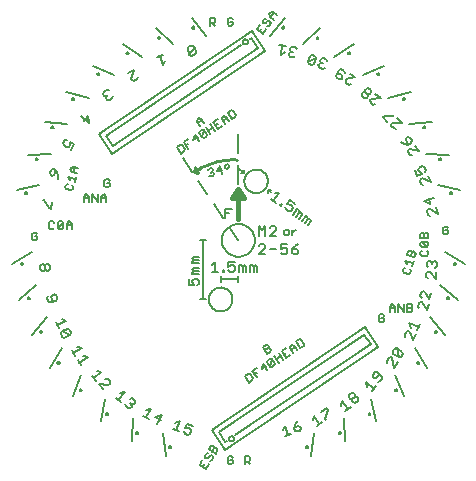
<source format=gto>
%FSTAX23Y23*%
%MOIN*%
%SFA1B1*%

%IPPOS*%
%ADD10C,0.016000*%
%ADD11C,0.008000*%
%ADD12C,0.007000*%
%ADD13C,0.010000*%
%ADD14C,0.005000*%
%ADD15C,0.006000*%
%LNaltium_eib_128_panel-1*%
%LPD*%
G54D10*
X01411Y01482D02*
Y01582D01*
X01391Y01552D02*
X01431D01*
X01391D02*
X01411Y01582D01*
X01431Y01552*
G54D11*
X01259Y02122D02*
X01259Y0212D01*
X01259Y0212*
X0126Y02119*
X01261Y02118*
X01262Y02118*
X01263Y02119*
X01264Y02119*
X01265Y0212*
X01265Y02121*
Y02122*
X01265Y02123D02*
X01265Y02122D01*
X01264Y02124D02*
X01265Y02123D01*
X01263Y02125D02*
X01264Y02124D01*
X01262Y02125D02*
X01263Y02125D01*
X01261Y02125D02*
X01262Y02125D01*
X0126Y02124D02*
X01261Y02125D01*
X01259Y02124D02*
X0126Y02124D01*
X01259Y02123D02*
X01259Y02124D01*
X01259Y02122D02*
X01259Y02123D01*
X01145Y02087D02*
X01145Y02086D01*
X01146Y02085*
X01146Y02085*
X01147Y02084*
X01148Y02084*
X01149Y02084*
X0115Y02085*
X01151Y02086*
X01151Y02087*
Y02088*
X01151Y02089D02*
X01151Y02088D01*
X0115Y0209D02*
X01151Y02089D01*
X01149Y0209D02*
X0115Y0209D01*
X01148Y02091D02*
X01149Y0209D01*
X01147Y02091D02*
X01148Y02091D01*
X01146Y0209D02*
X01147Y02091D01*
X01146Y02089D02*
X01146Y0209D01*
X01145Y02089D02*
X01146Y02089D01*
X01145Y02087D02*
X01145Y02089D01*
X01039Y02036D02*
X01039Y02035D01*
X0104Y02034*
X01041Y02033*
X01042Y02033*
X01043Y02033*
X01044Y02033*
X01045Y02034*
X01045Y02034*
X01046Y02035*
Y02036*
X01045Y02038D02*
X01046Y02036D01*
X01045Y02038D02*
X01045Y02038D01*
X01044Y02039D02*
X01045Y02038D01*
X01043Y02039D02*
X01044Y02039D01*
X01042Y02039D02*
X01043Y02039D01*
X01041Y02039D02*
X01042Y02039D01*
X0104Y02038D02*
X01041Y02039D01*
X01039Y02037D02*
X0104Y02038D01*
X01039Y02036D02*
X01039Y02037D01*
X00942Y01967D02*
X00942Y01966D01*
X00943Y01965*
X00944Y01964*
X00945Y01964*
X00946Y01964*
X00947Y01964*
X00948Y01965*
X00948Y01966*
X00949Y01967*
Y01968*
X00948Y01969D02*
X00949Y01968D01*
X00948Y0197D02*
X00948Y01969D01*
X00947Y0197D02*
X00948Y0197D01*
X00946Y01971D02*
X00947Y0197D01*
X00945Y0197D02*
X00946Y01971D01*
X00944Y0197D02*
X00945Y0197D01*
X00943Y01969D02*
X00944Y0197D01*
X00942Y01968D02*
X00943Y01969D01*
X00942Y01967D02*
X00942Y01968D01*
X00858Y01884D02*
X00858Y01882D01*
X00858Y01882*
X00859Y01881*
X0086Y0188*
X00861Y0188*
X00862Y01881*
X00863Y01881*
X00864Y01882*
X00864Y01883*
Y01884*
X00864Y01885D02*
X00864Y01884D01*
X00863Y01886D02*
X00864Y01885D01*
X00862Y01887D02*
X00863Y01886D01*
X00861Y01887D02*
X00862Y01887D01*
X0086Y01887D02*
X00861Y01887D01*
X00859Y01886D02*
X0086Y01887D01*
X00858Y01886D02*
X00859Y01886D01*
X00858Y01885D02*
X00858Y01886D01*
X00858Y01884D02*
X00858Y01885D01*
X00789Y01788D02*
X00789Y01787D01*
X0079Y01786*
X0079Y01786*
X00791Y01785*
X00792Y01785*
X00793Y01785*
X00794Y01786*
X00795Y01787*
X00795Y01788*
Y01789*
X00795Y0179D02*
X00795Y01789D01*
X00794Y01791D02*
X00795Y0179D01*
X00793Y01791D02*
X00794Y01791D01*
X00792Y01792D02*
X00793Y01791D01*
X00791Y01792D02*
X00792Y01792D01*
X0079Y01791D02*
X00791Y01792D01*
X0079Y0179D02*
X0079Y01791D01*
X00789Y01789D02*
X0079Y0179D01*
X00789Y01788D02*
X00789Y01789D01*
X00736Y01682D02*
X00736Y01681D01*
X00736Y0168*
X00737Y01679*
X00738Y01679*
X00739Y01679*
X0074Y01679*
X00741Y0168*
X00742Y0168*
X00742Y01682*
Y01683*
X00742Y01684D02*
X00742Y01683D01*
X00741Y01684D02*
X00742Y01684D01*
X0074Y01685D02*
X00741Y01684D01*
X00739Y01685D02*
X0074Y01685D01*
X00738Y01685D02*
X00739Y01685D01*
X00737Y01685D02*
X00738Y01685D01*
X00736Y01684D02*
X00737Y01685D01*
X00736Y01683D02*
X00736Y01684D01*
X00736Y01682D02*
X00736Y01683D01*
X00701Y0157D02*
X00701Y01569D01*
X00702Y01568*
X00702Y01567*
X00703Y01567*
X00705Y01566*
X00706Y01567*
X00706Y01567*
X00707Y01568*
X00708Y01569*
Y0157*
X00707Y01571D02*
X00708Y0157D01*
X00706Y01572D02*
X00707Y01571D01*
X00706Y01573D02*
X00706Y01572D01*
X00705Y01573D02*
X00706Y01573D01*
X00703Y01573D02*
X00705Y01573D01*
X00702Y01573D02*
X00703Y01573D01*
X00702Y01572D02*
X00702Y01573D01*
X00701Y01571D02*
X00702Y01572D01*
X00701Y0157D02*
X00701Y01571D01*
X00688Y01334D02*
X00688Y01333D01*
X00688Y01332*
X00689Y01332*
X0069Y01331*
X00691Y01331*
X00692Y01331*
X00693Y01332*
X00694Y01333*
X00694Y01334*
Y01335*
X00694Y01336D02*
X00694Y01335D01*
X00693Y01337D02*
X00694Y01336D01*
X00692Y01337D02*
X00693Y01337D01*
X00691Y01338D02*
X00692Y01337D01*
X0069Y01338D02*
X00691Y01338D01*
X00689Y01337D02*
X0069Y01338D01*
X00688Y01336D02*
X00689Y01337D01*
X00688Y01336D02*
X00688Y01336D01*
X00688Y01334D02*
X00688Y01336D01*
X0071Y01219D02*
X0071Y01218D01*
X0071Y01217*
X00711Y01216*
X00712Y01216*
X00713Y01216*
X00714Y01216*
X00715Y01217*
X00716Y01217*
X00716Y01218*
Y01219*
X00716Y01221D02*
X00716Y01219D01*
X00715Y01221D02*
X00716Y01221D01*
X00714Y01222D02*
X00715Y01221D01*
X00713Y01222D02*
X00714Y01222D01*
X00712Y01222D02*
X00713Y01222D01*
X00711Y01222D02*
X00712Y01222D01*
X0071Y01221D02*
X00711Y01222D01*
X0071Y0122D02*
X0071Y01221D01*
X0071Y01219D02*
X0071Y0122D01*
X00751Y01107D02*
X00751Y01106D01*
X00751Y01105*
X00752Y01105*
X00753Y01104*
X00754Y01104*
X00755Y01104*
X00756Y01105*
X00757Y01106*
X00757Y01107*
Y01108*
X00757Y01109D02*
X00757Y01108D01*
X00756Y0111D02*
X00757Y01109D01*
X00755Y0111D02*
X00756Y0111D01*
X00754Y01111D02*
X00755Y0111D01*
X00753Y01111D02*
X00754Y01111D01*
X00752Y0111D02*
X00753Y01111D01*
X00751Y01109D02*
X00752Y0111D01*
X00751Y01108D02*
X00751Y01109D01*
X00751Y01107D02*
X00751Y01108D01*
X00809Y01004D02*
X00809Y01003D01*
X0081Y01002*
X00811Y01001*
X00812Y01001*
X00813Y01001*
X00814Y01001*
X00815Y01002*
X00815Y01002*
X00816Y01003*
Y01004*
X00815Y01006D02*
X00816Y01004D01*
X00815Y01006D02*
X00815Y01006D01*
X00814Y01007D02*
X00815Y01006D01*
X00813Y01007D02*
X00814Y01007D01*
X00812Y01007D02*
X00813Y01007D01*
X00811Y01007D02*
X00812Y01007D01*
X0081Y01006D02*
X00811Y01007D01*
X00809Y01005D02*
X0081Y01006D01*
X00809Y01004D02*
X00809Y01005D01*
X00883Y00912D02*
X00883Y00911D01*
X00884Y0091*
X00885Y0091*
X00886Y00909*
X00887Y00909*
X00888Y00909*
X00889Y0091*
X00889Y00911*
X0089Y00912*
Y00913*
X00889Y00914D02*
X0089Y00913D01*
X00889Y00915D02*
X00889Y00914D01*
X00888Y00915D02*
X00889Y00915D01*
X00887Y00916D02*
X00888Y00915D01*
X00886Y00916D02*
X00887Y00916D01*
X00885Y00915D02*
X00886Y00916D01*
X00884Y00914D02*
X00885Y00915D01*
X00883Y00914D02*
X00884Y00914D01*
X00883Y00912D02*
X00883Y00914D01*
X00972Y00833D02*
X00972Y00832D01*
X00972Y00831*
X00973Y00831*
X00974Y0083*
X00975Y0083*
X00976Y0083*
X00977Y00831*
X00978Y00832*
X00978Y00833*
Y00834*
X00978Y00835D02*
X00978Y00834D01*
X00977Y00836D02*
X00978Y00835D01*
X00976Y00836D02*
X00977Y00836D01*
X00975Y00837D02*
X00976Y00836D01*
X00974Y00837D02*
X00975Y00837D01*
X00973Y00836D02*
X00974Y00837D01*
X00972Y00835D02*
X00973Y00836D01*
X00972Y00834D02*
X00972Y00835D01*
X00972Y00833D02*
X00972Y00834D01*
X01071Y0077D02*
X01071Y00769D01*
X01072Y00768*
X01073Y00768*
X01074Y00767*
X01075Y00767*
X01076Y00767*
X01077Y00768*
X01077Y00769*
X01078Y0077*
Y00771*
X01077Y00772D02*
X01078Y00771D01*
X01077Y00773D02*
X01077Y00772D01*
X01076Y00773D02*
X01077Y00773D01*
X01075Y00774D02*
X01076Y00773D01*
X01074Y00774D02*
X01075Y00774D01*
X01073Y00773D02*
X01074Y00774D01*
X01072Y00772D02*
X01073Y00773D01*
X01071Y00771D02*
X01072Y00772D01*
X01071Y0077D02*
X01071Y00771D01*
X0118Y00724D02*
X01181Y00723D01*
X01181Y00722*
X01182Y00721*
X01183Y00721*
X01184Y0072*
X01185Y00721*
X01186Y00721*
X01187Y00722*
X01187Y00723*
Y00724*
X01187Y00725D02*
X01187Y00724D01*
X01186Y00726D02*
X01187Y00725D01*
X01185Y00727D02*
X01186Y00726D01*
X01184Y00727D02*
X01185Y00727D01*
X01183Y00727D02*
X01184Y00727D01*
X01182Y00727D02*
X01183Y00727D01*
X01181Y00726D02*
X01182Y00727D01*
X01181Y00725D02*
X01181Y00726D01*
X0118Y00724D02*
X01181Y00725D01*
X01637Y00724D02*
X01637Y00723D01*
X01638Y00722*
X01639Y00721*
X0164Y00721*
X01641Y0072*
X01642Y00721*
X01643Y00721*
X01643Y00722*
X01644Y00723*
Y00724*
X01643Y00725D02*
X01644Y00724D01*
X01643Y00726D02*
X01643Y00725D01*
X01642Y00727D02*
X01643Y00726D01*
X01641Y00727D02*
X01642Y00727D01*
X0164Y00727D02*
X01641Y00727D01*
X01639Y00727D02*
X0164Y00727D01*
X01638Y00726D02*
X01639Y00727D01*
X01637Y00725D02*
X01638Y00726D01*
X01637Y00724D02*
X01637Y00725D01*
X01746Y0077D02*
X01747Y00769D01*
X01747Y00768*
X01748Y00768*
X01749Y00767*
X0175Y00767*
X01751Y00767*
X01752Y00768*
X01753Y00769*
X01753Y0077*
Y00771*
X01753Y00772D02*
X01753Y00771D01*
X01752Y00773D02*
X01753Y00772D01*
X01751Y00773D02*
X01752Y00773D01*
X0175Y00774D02*
X01751Y00773D01*
X01749Y00774D02*
X0175Y00774D01*
X01748Y00773D02*
X01749Y00774D01*
X01747Y00772D02*
X01748Y00773D01*
X01747Y00771D02*
X01747Y00772D01*
X01746Y0077D02*
X01747Y00771D01*
X01846Y00833D02*
X01846Y00832D01*
X01846Y00831*
X01847Y00831*
X01848Y0083*
X01849Y0083*
X0185Y0083*
X01851Y00831*
X01852Y00832*
X01852Y00833*
Y00834*
X01852Y00835D02*
X01852Y00834D01*
X01851Y00836D02*
X01852Y00835D01*
X0185Y00836D02*
X01851Y00836D01*
X01849Y00837D02*
X0185Y00836D01*
X01848Y00837D02*
X01849Y00837D01*
X01847Y00836D02*
X01848Y00837D01*
X01846Y00835D02*
X01847Y00836D01*
X01846Y00834D02*
X01846Y00835D01*
X01846Y00833D02*
X01846Y00834D01*
X01934Y00912D02*
X01935Y00911D01*
X01935Y0091*
X01936Y0091*
X01937Y00909*
X01938Y00909*
X01939Y00909*
X0194Y0091*
X01941Y00911*
X01941Y00912*
Y00913*
X01941Y00914D02*
X01941Y00913D01*
X0194Y00915D02*
X01941Y00914D01*
X01939Y00915D02*
X0194Y00915D01*
X01938Y00916D02*
X01939Y00915D01*
X01937Y00916D02*
X01938Y00916D01*
X01936Y00915D02*
X01937Y00916D01*
X01935Y00914D02*
X01936Y00915D01*
X01935Y00914D02*
X01935Y00914D01*
X01934Y00912D02*
X01935Y00914D01*
X02008Y01004D02*
X02008Y01003D01*
X02009Y01002*
X0201Y01001*
X02011Y01001*
X02012Y01001*
X02013Y01001*
X02014Y01002*
X02014Y01002*
X02015Y01003*
Y01004*
X02014Y01006D02*
X02015Y01004D01*
X02014Y01006D02*
X02014Y01006D01*
X02013Y01007D02*
X02014Y01006D01*
X02012Y01007D02*
X02013Y01007D01*
X02011Y01007D02*
X02012Y01007D01*
X0201Y01007D02*
X02011Y01007D01*
X02009Y01006D02*
X0201Y01007D01*
X02008Y01005D02*
X02009Y01006D01*
X02008Y01004D02*
X02008Y01005D01*
X02067Y01107D02*
X02067Y01106D01*
X02068Y01105*
X02068Y01105*
X02069Y01104*
X0207Y01104*
X02071Y01104*
X02072Y01105*
X02073Y01106*
X02073Y01107*
Y01108*
X02073Y01109D02*
X02073Y01108D01*
X02072Y0111D02*
X02073Y01109D01*
X02071Y0111D02*
X02072Y0111D01*
X0207Y01111D02*
X02071Y0111D01*
X02069Y01111D02*
X0207Y01111D01*
X02068Y0111D02*
X02069Y01111D01*
X02068Y01109D02*
X02068Y0111D01*
X02067Y01108D02*
X02068Y01109D01*
X02067Y01107D02*
X02067Y01108D01*
X02108Y01219D02*
X02108Y01218D01*
X02108Y01217*
X02109Y01216*
X0211Y01216*
X02111Y01216*
X02112Y01216*
X02113Y01217*
X02114Y01217*
X02114Y01218*
Y01219*
X02114Y01221D02*
X02114Y01219D01*
X02113Y01221D02*
X02114Y01221D01*
X02112Y01222D02*
X02113Y01221D01*
X02111Y01222D02*
X02112Y01222D01*
X0211Y01222D02*
X02111Y01222D01*
X02109Y01222D02*
X0211Y01222D01*
X02108Y01221D02*
X02109Y01222D01*
X02108Y0122D02*
X02108Y01221D01*
X02108Y01219D02*
X02108Y0122D01*
X0213Y01334D02*
X0213Y01333D01*
X0213Y01332*
X02131Y01332*
X02132Y01331*
X02133Y01331*
X02134Y01331*
X02135Y01332*
X02136Y01333*
X02136Y01334*
Y01335*
X02136Y01336D02*
X02136Y01335D01*
X02135Y01337D02*
X02136Y01336D01*
X02134Y01337D02*
X02135Y01337D01*
X02133Y01338D02*
X02134Y01337D01*
X02132Y01338D02*
X02133Y01338D01*
X02131Y01337D02*
X02132Y01338D01*
X0213Y01336D02*
X02131Y01337D01*
X0213Y01336D02*
X0213Y01336D01*
X0213Y01334D02*
X0213Y01336D01*
X02117Y0157D02*
X02117Y01569D01*
X02117Y01568*
X02118Y01567*
X02119Y01567*
X0212Y01566*
X02121Y01567*
X02122Y01567*
X02123Y01568*
X02123Y01569*
Y0157*
X02123Y01571D02*
X02123Y0157D01*
X02122Y01572D02*
X02123Y01571D01*
X02121Y01573D02*
X02122Y01572D01*
X0212Y01573D02*
X02121Y01573D01*
X02119Y01573D02*
X0212Y01573D01*
X02118Y01573D02*
X02119Y01573D01*
X02117Y01572D02*
X02118Y01573D01*
X02117Y01571D02*
X02117Y01572D01*
X02117Y0157D02*
X02117Y01571D01*
X02082Y01682D02*
X02082Y01681D01*
X02082Y0168*
X02083Y01679*
X02084Y01679*
X02085Y01679*
X02086Y01679*
X02087Y0168*
X02088Y0168*
X02088Y01682*
Y01683*
X02088Y01684D02*
X02088Y01683D01*
X02087Y01684D02*
X02088Y01684D01*
X02086Y01685D02*
X02087Y01684D01*
X02085Y01685D02*
X02086Y01685D01*
X02084Y01685D02*
X02085Y01685D01*
X02083Y01685D02*
X02084Y01685D01*
X02082Y01684D02*
X02083Y01685D01*
X02082Y01683D02*
X02082Y01684D01*
X02082Y01682D02*
X02082Y01683D01*
X02029Y01788D02*
X02029Y01787D01*
X02029Y01786*
X0203Y01786*
X02031Y01785*
X02032Y01785*
X02033Y01785*
X02034Y01786*
X02035Y01787*
X02035Y01788*
Y01789*
X02035Y0179D02*
X02035Y01789D01*
X02034Y01791D02*
X02035Y0179D01*
X02033Y01791D02*
X02034Y01791D01*
X02032Y01792D02*
X02033Y01791D01*
X02031Y01792D02*
X02032Y01792D01*
X0203Y01791D02*
X02031Y01792D01*
X02029Y0179D02*
X0203Y01791D01*
X02029Y01789D02*
X02029Y0179D01*
X02029Y01788D02*
X02029Y01789D01*
X0196Y01884D02*
X0196Y01882D01*
X0196Y01882*
X01961Y01881*
X01962Y0188*
X01963Y0188*
X01964Y01881*
X01965Y01881*
X01966Y01882*
X01966Y01883*
Y01884*
X01966Y01885D02*
X01966Y01884D01*
X01965Y01886D02*
X01966Y01885D01*
X01964Y01887D02*
X01965Y01886D01*
X01963Y01887D02*
X01964Y01887D01*
X01962Y01887D02*
X01963Y01887D01*
X01961Y01886D02*
X01962Y01887D01*
X0196Y01886D02*
X01961Y01886D01*
X0196Y01885D02*
X0196Y01886D01*
X0196Y01884D02*
X0196Y01885D01*
X01875Y01967D02*
X01875Y01966D01*
X01876Y01965*
X01877Y01964*
X01878Y01964*
X01879Y01964*
X0188Y01964*
X01881Y01965*
X01881Y01966*
X01882Y01967*
Y01968*
X01881Y01969D02*
X01882Y01968D01*
X01881Y0197D02*
X01881Y01969D01*
X0188Y0197D02*
X01881Y0197D01*
X01879Y01971D02*
X0188Y0197D01*
X01878Y0197D02*
X01879Y01971D01*
X01877Y0197D02*
X01878Y0197D01*
X01876Y01969D02*
X01877Y0197D01*
X01875Y01968D02*
X01876Y01969D01*
X01875Y01967D02*
X01875Y01968D01*
X01778Y02036D02*
X01779Y02035D01*
X01779Y02034*
X0178Y02033*
X01781Y02033*
X01782Y02033*
X01783Y02033*
X01784Y02034*
X01785Y02034*
X01785Y02035*
Y02036*
X01785Y02038D02*
X01785Y02036D01*
X01784Y02038D02*
X01785Y02038D01*
X01783Y02039D02*
X01784Y02038D01*
X01782Y02039D02*
X01783Y02039D01*
X01781Y02039D02*
X01782Y02039D01*
X0178Y02039D02*
X01781Y02039D01*
X01779Y02038D02*
X0178Y02039D01*
X01779Y02037D02*
X01779Y02038D01*
X01778Y02036D02*
X01779Y02037D01*
X01673Y02087D02*
X01673Y02086D01*
X01673Y02085*
X01674Y02085*
X01675Y02084*
X01676Y02084*
X01677Y02084*
X01678Y02085*
X01679Y02086*
X01679Y02087*
Y02088*
X01679Y02089D02*
X01679Y02088D01*
X01678Y0209D02*
X01679Y02089D01*
X01677Y0209D02*
X01678Y0209D01*
X01676Y02091D02*
X01677Y0209D01*
X01675Y02091D02*
X01676Y02091D01*
X01674Y0209D02*
X01675Y02091D01*
X01673Y02089D02*
X01674Y0209D01*
X01673Y02089D02*
X01673Y02089D01*
X01673Y02087D02*
X01673Y02089D01*
X01559Y02122D02*
X01559Y0212D01*
X0156Y0212*
X0156Y02119*
X01561Y02118*
X01562Y02118*
X01563Y02119*
X01564Y02119*
X01565Y0212*
X01565Y02121*
Y02122*
X01565Y02123D02*
X01565Y02122D01*
X01564Y02124D02*
X01565Y02123D01*
X01563Y02125D02*
X01564Y02124D01*
X01562Y02125D02*
X01563Y02125D01*
X01561Y02125D02*
X01562Y02125D01*
X0156Y02124D02*
X01561Y02125D01*
X0156Y02124D02*
X0156Y02124D01*
X01559Y02123D02*
X0156Y02124D01*
X01559Y02122D02*
X01559Y02123D01*
G54D12*
X01369Y01502D02*
X0138D01*
X01369Y01485D02*
Y01518D01*
X01391*
X01533Y01569D02*
X01548Y01571D01*
X01516Y01426D02*
X01538D01*
X01516Y01453D02*
X01522Y01459D01*
X01533*
X01538Y01453*
Y01448D02*
Y01453D01*
X01516Y01426D02*
X01538Y01448D01*
X01502Y01426D02*
Y01459D01*
X01491Y01448D02*
X01502Y01459D01*
X0148D02*
X01491Y01448D01*
X0148Y01426D02*
Y01459D01*
X01248Y01262D02*
Y01284D01*
Y01262D02*
X01264D01*
Y01284D02*
X01275D01*
X01259Y01278D02*
X01264Y01284D01*
X01259Y01273D02*
Y01278D01*
Y01273D02*
X01264Y01262D01*
X01275D02*
X01281Y01267D01*
Y01278*
X01275Y01284D02*
X01281Y01278D01*
X01259Y01299D02*
X01281D01*
X01259D02*
Y01304D01*
X01264Y0131*
X01259Y01315D02*
X01264Y01321D01*
X01259Y01315D02*
X01264Y0131D01*
X01281*
X01264Y01321D02*
X01281D01*
X01264Y01347D02*
X01281D01*
X01264Y01358D02*
X01281D01*
X01259Y01352D02*
X01264Y01358D01*
X01259Y01352D02*
X01264Y01347D01*
X01259Y01341D02*
X01264Y01347D01*
X01259Y01336D02*
Y01341D01*
Y01336D02*
X01281D01*
X01323Y01329D02*
X01334Y0134D01*
Y01307D02*
Y0134D01*
X01323Y01307D02*
X01345D01*
X0136Y01313D02*
X01365D01*
X0136Y01307D02*
Y01313D01*
Y01307D02*
X01365D01*
Y01313*
X01378Y01324D02*
Y0134D01*
X014*
X01395Y01329D02*
X014Y01324D01*
X01389Y01329D02*
X01395D01*
X01378Y01324D02*
X01389Y01329D01*
X01378Y01313D02*
X01384Y01307D01*
X01395*
X014Y01313*
Y01324*
X0142Y01329D02*
X01426Y01324D01*
X01415Y01329D02*
X0142D01*
X01415Y01307D02*
Y01329D01*
X01426Y01307D02*
Y01324D01*
X01431Y01329*
X01437Y01324*
Y01307D02*
Y01324D01*
X01452Y01307D02*
Y01329D01*
X01457*
X01463Y01324*
X01468Y01329*
X01463Y01307D02*
Y01324D01*
X01474Y01307D02*
Y01324D01*
X01468Y01329D02*
X01474Y01324D01*
X0148Y01366D02*
X01502D01*
X0148D02*
X01502Y01388D01*
X0148Y01393D02*
X01485Y01399D01*
X01496*
X01502Y01393*
Y01388D02*
Y01393D01*
X01516Y01382D02*
X01538D01*
X01553D02*
Y01399D01*
X01575*
X0157Y01388D02*
X01575Y01382D01*
X01564Y01388D02*
X0157D01*
X01553Y01382D02*
X01564Y01388D01*
X01553Y01371D02*
X01559Y01366D01*
X0157*
X01575Y01371*
Y01382*
X0159Y01371D02*
Y01382D01*
Y01371D02*
X01596Y01366D01*
X01607*
X01612Y01371*
Y01377*
X01607Y01382D02*
X01612Y01377D01*
X0159Y01382D02*
X01607D01*
X0159D02*
X01601Y01393D01*
X01612Y01399*
X01634Y01469D02*
X01644Y01483D01*
X01643Y01463D02*
X01653Y01476D01*
X01651Y01484D02*
X01653Y01476D01*
X01644Y01483D02*
X01651Y01484D01*
X01642Y01491D02*
X01644Y01483D01*
X01638Y01494D02*
X01642Y01491D01*
X01625Y01476D02*
X01638Y01494D01*
X01595Y01497D02*
X01608Y01515D01*
X01604Y01491D02*
X01614Y01504D01*
X01613Y01484D02*
X01623Y01498D01*
X01621Y01506D02*
X01623Y01498D01*
X01614Y01504D02*
X01621Y01506D01*
X01613Y01512D02*
X01614Y01504D01*
X01608Y01515D02*
X01613Y01512D01*
X01584Y01545D02*
X01602Y01533D01*
X01575Y01532D02*
X01584Y01545D01*
X01575Y01532D02*
X01587Y0153D01*
X01591Y01527*
X01593Y01519*
X01586Y0151D02*
X01593Y01519D01*
X01579Y01509D02*
X01586Y0151D01*
X0157Y01515D02*
X01579Y01509D01*
X01568Y01523D02*
X0157Y01515D01*
X0155Y01529D02*
X01553Y01534D01*
X01558Y01531*
X01555Y01526D02*
X01558Y01531D01*
X0155Y01529D02*
X01555Y01526D01*
X0152Y01551D02*
X01538Y01538D01*
X01529Y01544D02*
X01548Y01571D01*
Y02064D02*
X0157Y0206D01*
X01554Y02029D02*
X01559Y02062D01*
X01554Y02029D02*
X01567Y02039D01*
X01588Y02041D02*
X01593Y0204D01*
X01601Y02055D02*
X01606Y02049D01*
X0159Y02057D02*
X01601Y02055D01*
X01584Y02052D02*
X0159Y02057D01*
X01583Y02047D02*
X01584Y02052D01*
X01583Y02047D02*
X01588Y02041D01*
X01581Y02036D02*
X01588Y02041D01*
X0158Y02031D02*
X01581Y02036D01*
X0158Y02031D02*
X01585Y02024D01*
X01596Y02023*
X01602Y02027*
X01665Y02D02*
X01672Y02021D01*
X01644Y02007D02*
X01651Y02028D01*
X01658Y02031*
X01669Y02028*
X01672Y02021*
X01644Y02007D02*
X01672Y02021D01*
X01644Y02007D02*
X01648Y02D01*
X01658Y01996*
X01665Y02*
X01688Y02004D02*
X01693Y02002D01*
X01704Y02016D02*
X01707Y02009D01*
X01693Y02019D02*
X01704Y02016D01*
X01686D02*
X01693Y02019D01*
X01684Y02011D02*
X01686Y02016D01*
X01684Y02011D02*
X01688Y02004D01*
X01681Y02D02*
X01688Y02004D01*
X01679Y01995D02*
X01681Y02D01*
X01679Y01995D02*
X01683Y01988D01*
X01693Y01984*
X017Y01988*
X01742Y01971D02*
X01757Y01963D01*
X01759Y01956*
X01757Y01951D02*
X01759Y01956D01*
X01749Y01949D02*
X01757Y01951D01*
X0174Y01954D02*
X01749Y01949D01*
X01737Y01961D02*
X0174Y01954D01*
X01737Y01961D02*
X01748Y01981D01*
X01755Y01983*
X01765Y01978*
X01767Y01971*
X01783Y01968D02*
X01802Y01958D01*
X01772Y01949D02*
X01802Y01958D01*
X0177Y01944D02*
X01772Y01949D01*
X0177Y01944D02*
X01772Y01937D01*
X01782Y01931*
X01789Y01934*
X01826Y01905D02*
X01834Y01906D01*
X01823Y01901D02*
X01826Y01905D01*
X01823Y01901D02*
X01824Y01893D01*
X01832Y01886*
X0184Y01888*
X01844Y01892*
X01842Y019D02*
X01844Y01892D01*
X01853Y01913D02*
X01854Y01905D01*
X01844Y01919D02*
X01853Y01913D01*
X01836Y01918D02*
X01844Y01919D01*
X01833Y01914D02*
X01836Y01918D01*
X01833Y01914D02*
X01834Y01906D01*
X01842Y019*
X0185Y01901*
X01854Y01905*
X01869Y019D02*
X01886Y01887D01*
X01855Y01883D02*
X01886Y01887D01*
X01852Y01879D02*
X01855Y01883D01*
X01852Y01879D02*
X01853Y01871D01*
X01862Y01864*
X01869Y01865*
X01893Y01823D02*
X01908Y01807D01*
X01893Y01823D02*
X01897Y01827D01*
X01928Y01826*
X01932Y0183*
X01942Y01819D02*
X01957Y01803D01*
X01926Y01804D02*
X01957Y01803D01*
X01922Y018D02*
X01926Y01804D01*
X01922Y01793D02*
X01922Y018D01*
X01922Y01793D02*
X0193Y01785D01*
X01937Y01784*
X01953Y0174D02*
X01964Y01734D01*
X01979Y01731*
X01988Y01737*
X0197Y01745D02*
X01979Y01731D01*
X0197Y01745D02*
X01971Y01753D01*
X01976Y01756*
X01984Y01754*
X0199Y01745*
X01988Y01737D02*
X0199Y01745D01*
X02001Y01728D02*
X02013Y0171D01*
X01983Y01716D02*
X02013Y0171D01*
X01978Y01713D02*
X01983Y01716D01*
X01977Y01705D02*
X01978Y01713D01*
X01977Y01705D02*
X01983Y01696D01*
X01991Y01695*
X02Y01648D02*
X02009Y01628D01*
X02024Y01634*
X02014Y01642D02*
X02024Y01634D01*
X02012Y01647D02*
X02014Y01642D01*
X02012Y01647D02*
X02015Y01654D01*
X02025Y01659*
X02032Y01656*
X02036Y01646*
X02034Y01639D02*
X02036Y01646D01*
X02045Y01628D02*
X02054Y01608D01*
X02025Y01619D02*
X02054Y01608D01*
X0202Y01616D02*
X02025Y01619D01*
X02017Y01609D02*
X0202Y01616D01*
X02017Y01609D02*
X02022Y01599D01*
X02029Y01596*
X02031Y01544D02*
X02052Y01533D01*
X02031Y01544D02*
X02063Y01553D01*
X02046Y01554D02*
X02052Y01533D01*
X02071Y01523D02*
X02077Y01501D01*
X0205Y01517D02*
X02077Y01501D01*
X02045Y01515D02*
X0205Y01517D01*
X02041Y01509D02*
X02045Y01515D01*
X02041Y01509D02*
X02044Y01498D01*
X02051Y01494*
X0204Y01328D02*
X02045Y01322D01*
X0204Y01328D02*
X02041Y01339D01*
X02047Y01344*
X02052Y01344*
X02057Y01338*
X02057Y01332D02*
X02057Y01338D01*
X02063Y01343*
X02069Y01343*
X02074Y01337*
X02073Y01326D02*
X02074Y01337D01*
X02067Y01321D02*
X02073Y01326D01*
X02071Y01283D02*
X02072Y01305D01*
X02038Y01291D02*
X02043Y01285D01*
X02038Y01291D02*
X02039Y01302D01*
X02045Y01307*
X0205Y01307*
X02071Y01283*
X02049Y01215D02*
X02054Y01236D01*
X02018Y01227D02*
X02023Y01221D01*
X02018Y01227D02*
X02021Y01238D01*
X02027Y01242*
X02033Y01241*
X02049Y01215*
X02041Y01179D02*
X02046Y012D01*
X02025Y01205D02*
X02041Y01179D01*
X02019Y01206D02*
X02025Y01205D01*
X02013Y01202D02*
X02019Y01206D01*
X0201Y01191D02*
X02013Y01202D01*
X0201Y01191D02*
X02014Y01185D01*
X01982Y01136D02*
X01988Y01121D01*
X01982Y01136D02*
X02013Y01123D01*
X02009Y01113D02*
X02017Y01134D01*
X01995Y01079D02*
X02003Y01099D01*
X01983Y01108D02*
X01995Y01079D01*
X01978Y0111D02*
X01983Y01108D01*
X0197Y01107D02*
X01978Y0111D01*
X01966Y01097D02*
X0197Y01107D01*
X01966Y01097D02*
X01969Y01089D01*
X01932Y01051D02*
X0194Y01053D01*
X01927Y01042D02*
X01932Y01051D01*
X01927Y01042D02*
X01928Y01034D01*
X01947Y01023*
X01955Y01024*
X0196Y01034*
X01959Y01041D02*
X0196Y01034D01*
X0194Y01053D02*
X01959Y01041D01*
X0194Y01053D02*
X01947Y01023D01*
X01932Y00988D02*
X01944Y01007D01*
X01925Y01019D02*
X01932Y00988D01*
X01921Y01022D02*
X01925Y01019D01*
X01913Y0102D02*
X01921Y01022D01*
X01907Y0101D02*
X01913Y0102D01*
X01907Y0101D02*
X01909Y01003D01*
X01872Y00953D02*
X01883Y00965D01*
X01865Y00952D02*
X01872Y00953D01*
X0186Y00956D02*
X01865Y00952D01*
X0186Y00963D02*
X0186Y00956D01*
X0186Y00963D02*
X01867Y00972D01*
X01875Y00972*
X01892Y00958*
X01892Y0095*
X01885Y00942D02*
X01892Y0095D01*
X01877Y00941D02*
X01885Y00942D01*
X01857Y0091D02*
X01872Y00926D01*
X01839Y0094D02*
X01864Y00918D01*
X01839Y0094D02*
X01841Y00924D01*
X018Y00891D02*
X018Y00898D01*
X01797Y00903D02*
X018Y00898D01*
X01789Y00903D02*
X01797Y00903D01*
X01781Y00896D02*
X01789Y00903D01*
X0178Y00889D02*
X01781Y00896D01*
X0178Y00889D02*
X01783Y00884D01*
X01791Y00884*
X01794Y00872D02*
X01802Y00871D01*
X0181Y00878*
X01811Y00886*
X01807Y0089D02*
X01811Y00886D01*
X018Y00891D02*
X01807Y0089D01*
X01791Y00884D02*
X018Y00891D01*
X0179Y00876D02*
X01791Y00884D01*
X0179Y00876D02*
X01794Y00872D01*
X01769Y00844D02*
X01786Y00858D01*
X01757Y00876D02*
X01778Y00851D01*
X01755Y00861D02*
X01757Y00876D01*
X01688Y00841D02*
X01707Y00852D01*
X0171Y00847*
X01702Y00817D02*
X0171Y00847D01*
X01702Y00817D02*
X01704Y00812D01*
X01673Y00794D02*
X01692Y00805D01*
X01665Y00828D02*
X01682Y00799D01*
X01662Y00813D02*
X01665Y00828D01*
X01603Y00802D02*
X01611Y00811D01*
X01597Y00788D02*
X01603Y00802D01*
X01597Y00788D02*
X01601Y00778D01*
X01597Y00788D02*
X01612Y00794D01*
X01619Y00791*
X01621Y00786*
X01618Y00778D02*
X01621Y00786D01*
X01608Y00775D02*
X01618Y00778D01*
X01601Y00778D02*
X01608Y00775D01*
X01568Y00759D02*
X01589Y00767D01*
X01567Y00794D02*
X01578Y00763D01*
X0156Y0078D02*
X01567Y00794D01*
X0124Y00801D02*
X0126Y00793D01*
X01234Y00785D02*
X0124Y00801D01*
X01234Y00785D02*
X01246Y00787D01*
X01251Y00785*
X01255Y00778*
X01251Y00767D02*
X01255Y00778D01*
X01243Y00764D02*
X01251Y00767D01*
X01233Y00768D02*
X01243Y00764D01*
X0123Y00775D02*
X01233Y00768D01*
X01194Y00783D02*
X01214Y00775D01*
X01204Y00779D02*
X01216Y0081D01*
X01202Y00804D02*
X01216Y0081D01*
X0114Y008D02*
X01157Y00829D01*
X01134Y00823D02*
X01157Y00829D01*
X01134Y00823D02*
X01153Y00812D01*
X01094Y00827D02*
X01113Y00816D01*
X01103Y00822D02*
X0112Y0085D01*
X01105Y00846D02*
X0112Y0085D01*
X01051Y00869D02*
X01055Y00865D01*
X01035Y00867D02*
X01036Y00859D01*
X01045Y00852*
X01052Y00853*
X01056Y00857*
X01055Y00865D02*
X01056Y00857D01*
X01055Y00865D02*
X01063Y00866D01*
X01066Y0087*
X01066Y00878D02*
X01066Y0087D01*
X01057Y00885D02*
X01066Y00878D01*
X0105Y00884D02*
X01057Y00885D01*
X01018Y00903D02*
X01033Y00905D01*
X01012Y00879D02*
X01033Y00905D01*
X01004Y00886D02*
X01021Y00872D01*
X00947Y00932D02*
X00962Y00916D01*
X00968Y0095D02*
X00976Y0095D01*
X00983Y00942*
X00983Y00934D02*
X00983Y00942D01*
X00978Y0093D02*
X00983Y00934D01*
X00947Y00932D02*
X00978Y0093D01*
X00923Y0096D02*
X00938Y00944D01*
X0093Y00952D02*
X00955Y00974D01*
X0094Y00975D02*
X00955Y00974D01*
X00895Y01025D02*
X0091Y01022D01*
X00882Y01004D02*
X0091Y01022D01*
X00876Y01014D02*
X00888Y00995D01*
X00857Y01045D02*
X00868Y01026D01*
X00862Y01036D02*
X00891Y01053D01*
X00875Y01057D02*
X00891Y01053D01*
X00852Y01097D02*
X00855Y01104D01*
X00851Y01114D02*
X00855Y01104D01*
X00844Y01117D02*
X00851Y01114D01*
X00823Y01109D02*
X00844Y01117D01*
X0082Y01102D02*
X00823Y01109D01*
X0082Y01102D02*
X00824Y01091D01*
X00832Y01088*
X00852Y01097*
X00823Y01109D02*
X00852Y01097D01*
X00804Y01141D02*
X00813Y0112D01*
X00808Y01131D02*
X00839Y01143D01*
X00825Y01149D02*
X00839Y01143D01*
X00782Y01205D02*
X00804Y0121D01*
X00776Y0121D02*
X00782Y01205D01*
X00773Y0122D02*
X00776Y0121D01*
X00773Y0122D02*
X00778Y01227D01*
X00794Y01231D02*
X00799Y01232D01*
X00806Y01228*
X00808Y01217*
X00804Y0121D02*
X00808Y01217D01*
X00789Y01224D02*
X00793Y01208D01*
X00789Y01224D02*
X00794Y01231D01*
X00763Y0131D02*
X00768Y01316D01*
X00757Y0131D02*
X00763Y0131D01*
X00751Y01315D02*
X00757Y0131D01*
X00751Y01326D02*
X00751Y01315D01*
X00751Y01326D02*
X00756Y01332D01*
X00761Y01332*
X00767Y01327*
X00772Y01333*
X00767Y01327D02*
X00768Y01316D01*
X00774Y01311*
X00779Y01311*
X00784Y01317*
X00784Y01328D02*
X00784Y01317D01*
X00778Y01333D02*
X00784Y01328D01*
X00772Y01333D02*
X00778Y01333D01*
X0076Y01548D02*
X00765Y01547D01*
X0078Y0152*
X00786Y01518*
X00791Y01539*
X00811Y0163D02*
X00811Y01618D01*
X00805Y01645D02*
X00811Y0163D01*
X00795Y01649D02*
X00805Y01645D01*
X00788Y01647D02*
X00795Y01649D01*
X00783Y01637D02*
X00788Y01647D01*
X00783Y01637D02*
X00786Y01629D01*
X00791Y01627*
X00798Y0163*
X00805Y01645*
X00853Y01713D02*
X00865Y01732D01*
X00851Y01741D02*
X00865Y01732D01*
X00835Y01745D02*
X00842Y01747D01*
X00828Y01736D02*
X00835Y01745D01*
X00828Y01736D02*
X0083Y01729D01*
X00839Y01722*
X00847Y01724*
X0085Y01729*
X00851Y01741*
X00912Y01827D02*
X00913Y01804D01*
X00888Y01826D02*
X00913Y01804D01*
X00897Y01811D02*
X00912Y01827D01*
X00992Y01887D02*
X00993Y01894D01*
X00983Y0188D02*
X00992Y01887D01*
X00975Y01881D02*
X00983Y0188D01*
X00972Y01885D02*
X00975Y01881D01*
X00972Y01885D02*
X00973Y01893D01*
X00978Y01897*
X00965Y01894D02*
X00973Y01893D01*
X00962Y01899D02*
X00965Y01894D01*
X00962Y01899D02*
X00963Y01906D01*
X00972Y01913*
X0098Y01912*
X01045Y0197D02*
X01064Y01981D01*
X01075Y01949D02*
X01077Y01956D01*
X01065Y01944D02*
X01075Y01949D01*
X01058Y01946D02*
X01065Y01944D01*
X01055Y01951D02*
X01058Y01946D01*
X01055Y01951D02*
X01064Y01981D01*
X0114Y02022D02*
X01161Y02029D01*
X01151Y02026D02*
X01161Y01995D01*
X01168Y02009*
X01248Y02031D02*
X01254Y02027D01*
X01265Y02029*
X0127Y02035*
X01266Y02057D02*
X0127Y02035D01*
X01249Y02059D02*
X0126Y02061D01*
X01244Y02053D02*
X01249Y02059D01*
X01244Y02053D02*
X01248Y02031D01*
X01266Y02057*
X0126Y02061D02*
X01266Y02057D01*
G54D13*
X01263Y0164D02*
X01269Y01655D01*
X01278Y01638*
X01263Y0164D02*
X01278Y01638D01*
X01265Y01641D02*
X01273Y01646D01*
X01281Y01651*
X01289Y01656*
X01298Y0166*
X01306Y01664*
X01315Y01667*
X01324Y0167*
X01333Y01673*
X01342Y01675*
X01351Y01677*
X01361Y01679*
X0137Y0168*
X01379Y01681*
X01389Y01682*
X01398Y01682*
X01408Y01681*
G54D14*
X01294Y01215D02*
X01304D01*
X01314D02*
X01314Y01211D01*
X01314Y01207*
X01315Y01204*
X01317Y012*
X01318Y01196*
X0132Y01193*
X01323Y0119*
X01325Y01187*
X01328Y01184*
X01332Y01182*
X01335Y0118*
X01339Y01178*
X01342Y01177*
X01346Y01176*
X0135Y01176*
X01354Y01176*
X01358Y01176*
X01362Y01177*
X01365Y01178*
X01369Y01179*
X01373Y01181*
X01376Y01183*
X01379Y01186*
X01382Y01188*
X01384Y01191*
X01387Y01195*
X01388Y01198*
X0139Y01202*
X01391Y01205*
X01392Y01209*
X01392Y01213*
Y01217*
X01392Y01221D02*
X01392Y01217D01*
X01391Y01225D02*
X01392Y01221D01*
X0139Y01229D02*
X01391Y01225D01*
X01388Y01232D02*
X0139Y01229D01*
X01387Y01236D02*
X01388Y01232D01*
X01384Y01239D02*
X01387Y01236D01*
X01382Y01242D02*
X01384Y01239D01*
X01379Y01245D02*
X01382Y01242D01*
X01376Y01247D02*
X01379Y01245D01*
X01373Y01249D02*
X01376Y01247D01*
X01369Y01251D02*
X01373Y01249D01*
X01365Y01252D02*
X01369Y01251D01*
X01362Y01254D02*
X01365Y01252D01*
X01358Y01254D02*
X01362Y01254D01*
X01354Y01255D02*
X01358Y01254D01*
X0135Y01254D02*
X01354Y01255D01*
X01346Y01254D02*
X0135Y01254D01*
X01342Y01253D02*
X01346Y01254D01*
X01339Y01252D02*
X01342Y01253D01*
X01335Y0125D02*
X01339Y01252D01*
X01332Y01248D02*
X01335Y0125D01*
X01328Y01246D02*
X01332Y01248D01*
X01325Y01243D02*
X01328Y01246D01*
X01323Y0124D02*
X01325Y01243D01*
X0132Y01237D02*
X01323Y0124D01*
X01318Y01234D02*
X0132Y01237D01*
X01317Y0123D02*
X01318Y01234D01*
X01315Y01227D02*
X01317Y0123D01*
X01314Y01223D02*
X01315Y01227D01*
X01314Y01219D02*
X01314Y01223D01*
X01314Y01215D02*
X01314Y01219D01*
X01353Y01284D02*
Y01294D01*
Y01274D02*
Y01284D01*
X01412*
Y01274D02*
Y01284D01*
Y01294*
Y01702D02*
Y01765D01*
X0151Y0158D02*
X01521Y01572D01*
X0151Y0158D02*
X0152Y01581D01*
X0151Y0158D02*
X01512Y0157D01*
X01432Y01609D02*
X01432Y01605D01*
X01433Y01601*
X01434Y01597*
X01435Y01594*
X01437Y0159*
X01439Y01587*
X01441Y01584*
X01444Y01581*
X01447Y01578*
X0145Y01576*
X01453Y01574*
X01457Y01572*
X0146Y01571*
X01464Y0157*
X01468Y0157*
X01472Y01569*
X01476Y0157*
X0148Y0157*
X01484Y01572*
X01487Y01573*
X01491Y01575*
X01494Y01577*
X01497Y01579*
X015Y01582*
X01503Y01585*
X01505Y01588*
X01507Y01592*
X01508Y01595*
X01509Y01599*
X0151Y01603*
X01511Y01607*
Y01611*
X0151Y01615D02*
X01511Y01611D01*
X01509Y01619D02*
X0151Y01615D01*
X01508Y01622D02*
X01509Y01619D01*
X01507Y01626D02*
X01508Y01622D01*
X01505Y01629D02*
X01507Y01626D01*
X01503Y01633D02*
X01505Y01629D01*
X015Y01636D02*
X01503Y01633D01*
X01497Y01638D02*
X015Y01636D01*
X01494Y01641D02*
X01497Y01638D01*
X01491Y01643D02*
X01494Y01641D01*
X01487Y01645D02*
X01491Y01643D01*
X01484Y01646D02*
X01487Y01645D01*
X0148Y01647D02*
X01484Y01646D01*
X01476Y01648D02*
X0148Y01647D01*
X01472Y01648D02*
X01476Y01648D01*
X01468Y01648D02*
X01472Y01648D01*
X01464Y01648D02*
X01468Y01648D01*
X0146Y01647D02*
X01464Y01648D01*
X01457Y01646D02*
X0146Y01647D01*
X01453Y01644D02*
X01457Y01646D01*
X0145Y01642D02*
X01453Y01644D01*
X01447Y0164D02*
X0145Y01642D01*
X01444Y01637D02*
X01447Y0164D01*
X01441Y01634D02*
X01444Y01637D01*
X01439Y01631D02*
X01441Y01634D01*
X01437Y01628D02*
X01439Y01631D01*
X01435Y01624D02*
X01437Y01628D01*
X01434Y0162D02*
X01435Y01624D01*
X01433Y01617D02*
X01434Y0162D01*
X01432Y01613D02*
X01433Y01617D01*
X01432Y01609D02*
X01432Y01613D01*
X01412Y01599D02*
Y01662D01*
X01431Y01648D02*
X01432Y01638D01*
X01422Y01636D02*
X01432Y01638D01*
X0141Y01654D02*
X01432Y01638D01*
X01226Y01685D02*
X01256Y01641D01*
X01278Y01609D02*
X01308Y01565D01*
X0133Y01532D02*
X0136Y01488D01*
X01358Y01412D02*
X01358Y01407D01*
X01358Y01403*
X01359Y01398*
X01361Y01394*
X01362Y0139*
X01365Y01386*
X01367Y01382*
X0137Y01378*
X01373Y01374*
X01376Y01371*
X0138Y01368*
X01384Y01366*
X01388Y01363*
X01392Y01362*
X01396Y0136*
X01401Y01359*
X01405Y01358*
X0141Y01358*
X01414*
X01419Y01358*
X01424Y01359*
X01428Y0136*
X01432Y01362*
X01437Y01363*
X01441Y01366*
X01444Y01368*
X01448Y01371*
X01451Y01374*
X01454Y01378*
X01457Y01382*
X0146Y01386*
X01462Y0139*
X01463Y01394*
X01465Y01398*
X01466Y01403*
X01466Y01407*
X01466Y01412*
X01466Y01417D02*
X01466Y01412D01*
X01466Y01421D02*
X01466Y01417D01*
X01465Y01426D02*
X01466Y01421D01*
X01463Y0143D02*
X01465Y01426D01*
X01462Y01434D02*
X01463Y0143D01*
X0146Y01439D02*
X01462Y01434D01*
X01457Y01443D02*
X0146Y01439D01*
X01454Y01446D02*
X01457Y01443D01*
X01451Y0145D02*
X01454Y01446D01*
X01448Y01453D02*
X01451Y0145D01*
X01444Y01456D02*
X01448Y01453D01*
X01441Y01458D02*
X01444Y01456D01*
X01437Y01461D02*
X01441Y01458D01*
X01432Y01463D02*
X01437Y01461D01*
X01428Y01464D02*
X01432Y01463D01*
X01424Y01465D02*
X01428Y01464D01*
X01419Y01466D02*
X01424Y01465D01*
X01414Y01466D02*
X01419Y01466D01*
X0141Y01466D02*
X01414D01*
X01405Y01466D02*
X0141Y01466D01*
X01401Y01465D02*
X01405Y01466D01*
X01396Y01464D02*
X01401Y01465D01*
X01392Y01463D02*
X01396Y01464D01*
X01388Y01461D02*
X01392Y01463D01*
X01384Y01458D02*
X01388Y01461D01*
X0138Y01456D02*
X01384Y01458D01*
X01376Y01453D02*
X0138Y01456D01*
X01373Y0145D02*
X01376Y01453D01*
X0137Y01446D02*
X01373Y0145D01*
X01367Y01443D02*
X0137Y01446D01*
X01365Y01439D02*
X01367Y01443D01*
X01362Y01434D02*
X01365Y01439D01*
X01361Y0143D02*
X01362Y01434D01*
X01359Y01426D02*
X01361Y0143D01*
X01358Y01421D02*
X01359Y01426D01*
X01358Y01417D02*
X01358Y01421D01*
X01358Y01412D02*
X01358Y01417D01*
X01382Y01456D02*
X01412Y01412D01*
X01294D02*
X01304D01*
X01284D02*
X01294D01*
Y01215D02*
Y01412D01*
X01284Y01215D02*
X01294D01*
X00886Y0091D02*
X00888Y00916D01*
X00861Y00892D02*
X00889Y00964D01*
X00812Y01002D02*
X00815Y01007D01*
X00784Y00988D02*
X00823Y01054D01*
X00753Y01105D02*
X00757Y0111D01*
X00723Y01096D02*
X00773Y01155D01*
X00712Y01217D02*
X00716Y01221D01*
X00681Y01213D02*
X00739Y01263D01*
X0069Y01333D02*
X00694Y01336D01*
X00658Y01334D02*
X00724Y01374D01*
X00702Y01569D02*
X00708Y0157D01*
X00673Y0158D02*
X00748Y01597D01*
X00737Y01681D02*
X00743Y01682D01*
X0071Y01697D02*
X00787Y01701D01*
X0079Y01788D02*
X00796Y01788D01*
X00766Y01808D02*
X00842Y018D01*
X00859Y01884D02*
X00865Y01882D01*
X00838Y01907D02*
X00913Y01887D01*
X00943Y01968D02*
X00949Y01965D01*
X00927Y01994D02*
X00997Y01962D01*
X0104Y02037D02*
X01045Y02034D01*
X01028Y02065D02*
X01092Y02022D01*
X01146Y02089D02*
X01151Y02085D01*
X01139Y02119D02*
X01195Y02066D01*
X0126Y02123D02*
X01264Y02118D01*
X01258Y02154D02*
X01305Y02093D01*
X01455Y02085D02*
X01477Y02052D01*
X01451Y02082D02*
X01455Y02085D01*
X01426Y02074D02*
X01426Y02072D01*
X01427Y0207*
X01427Y02068*
X01429Y02067*
X0143Y02066*
X01432Y02065*
X01434Y02065*
X01436*
X01437Y02065*
X01439Y02066*
X01441Y02067*
X01442Y02068*
X01443Y0207*
X01443Y02072*
X01444Y02074*
X01443Y02075D02*
X01444Y02074D01*
X01443Y02077D02*
X01443Y02075D01*
X01442Y02079D02*
X01443Y02077D01*
X01441Y0208D02*
X01442Y02079D01*
X01439Y02081D02*
X01441Y0208D01*
X01437Y02082D02*
X01439Y02081D01*
X01436Y02082D02*
X01437Y02082D01*
X01434Y02082D02*
X01436D01*
X01432Y02082D02*
X01434Y02082D01*
X0143Y02081D02*
X01432Y02082D01*
X01429Y0208D02*
X0143Y02081D01*
X01427Y02079D02*
X01429Y0208D01*
X01427Y02077D02*
X01427Y02079D01*
X01426Y02075D02*
X01427Y02077D01*
X01426Y02074D02*
X01426Y02075D01*
X00972Y01759D02*
X01422Y02062D01*
X00972Y01759D02*
X00994Y01726D01*
X01477Y02052*
X00992Y01701D02*
X01501Y02044D01*
X00948Y01766D02*
X00992Y01701D01*
X00948Y01766D02*
X01457Y0211D01*
X01501Y02044*
X01519Y02093D02*
X01566Y02154D01*
X0156Y02118D02*
X01564Y02123D01*
X01629Y02066D02*
X01685Y02119D01*
X01674Y02085D02*
X01678Y02089D01*
X01732Y02022D02*
X01796Y02065D01*
X01779Y02034D02*
X01784Y02037D01*
X01827Y01962D02*
X01897Y01994D01*
X01875Y01965D02*
X01881Y01968D01*
X01912Y01887D02*
X01986Y01907D01*
X0196Y01882D02*
X01965Y01884D01*
X01982Y018D02*
X02058Y01808D01*
X02028Y01788D02*
X02034Y01788D01*
X02037Y01701D02*
X02114Y01697D01*
X02081Y01682D02*
X02087Y01681D01*
X02076Y01597D02*
X02151Y0158D01*
X02116Y0157D02*
X02122Y01569D01*
X021Y01374D02*
X02166Y01334D01*
X0213Y01336D02*
X02135Y01333D01*
X02085Y01263D02*
X02143Y01213D01*
X02108Y01221D02*
X02112Y01217D01*
X02051Y01155D02*
X02101Y01096D01*
X02068Y0111D02*
X02071Y01105D01*
X02001Y01054D02*
X0204Y00988D01*
X02009Y01007D02*
X02012Y01002D01*
X01935Y00964D02*
X01963Y00892D01*
X01936Y00916D02*
X01938Y0091D01*
X01855Y00884D02*
X01871Y00809D01*
X01848Y00837D02*
X01849Y00831D01*
X01764Y0082D02*
X01768Y00743D01*
X01749Y00768D02*
Y00774D01*
X01653Y00694D02*
X01663Y0077D01*
X0164Y00722D02*
X01641Y00727D01*
X01347Y00772D02*
X01369Y0074D01*
X01373Y00742*
X01381Y00751D02*
X01381Y00749D01*
X01381Y00747*
X01382Y00745*
X01383Y00744*
X01385Y00743*
X01387Y00742*
X01389Y00742*
X0139*
X01392Y00742*
X01394Y00743*
X01395Y00744*
X01397Y00745*
X01398Y00747*
X01398Y00749*
X01398Y00751*
X01398Y00752D02*
X01398Y00751D01*
X01398Y00754D02*
X01398Y00752D01*
X01397Y00756D02*
X01398Y00754D01*
X01395Y00757D02*
X01397Y00756D01*
X01394Y00758D02*
X01395Y00757D01*
X01392Y00759D02*
X01394Y00758D01*
X0139Y00759D02*
X01392Y00759D01*
X01389Y00759D02*
X0139D01*
X01387Y00759D02*
X01389Y00759D01*
X01385Y00758D02*
X01387Y00759D01*
X01383Y00757D02*
X01385Y00758D01*
X01382Y00756D02*
X01383Y00757D01*
X01381Y00754D02*
X01382Y00756D01*
X01381Y00752D02*
X01381Y00754D01*
X01381Y00751D02*
X01381Y00752D01*
X01402Y00762D02*
X01853Y01065D01*
X01831Y01098D02*
X01853Y01065D01*
X01347Y00772D02*
X01831Y01098D01*
X01323Y0078D02*
X01367Y00714D01*
X01877Y01058*
X01833Y01123D02*
X01877Y01058D01*
X01323Y0078D02*
X01833Y01123D01*
X01184Y00727D02*
X01185Y00722D01*
X01161Y0077D02*
X01171Y00694D01*
X01075Y00774D02*
X01075Y00768D01*
X01057Y00743D02*
X0106Y0082D01*
X00975Y00831D02*
X00976Y00837D01*
X00953Y00809D02*
X00969Y00884D01*
G54D15*
X01484Y02109D02*
X01489Y02116D01*
X01473Y02116D02*
X01484Y0213D01*
X01516Y02158D02*
X0153Y02148D01*
X01519Y02156D02*
X0153Y02169D01*
X01526Y02172D02*
X0154Y02162D01*
X01514Y0217D02*
X01526Y02172D01*
X01514Y0217D02*
X01516Y02158D01*
X01499Y0215D02*
X01505Y02151D01*
X01494Y02143D02*
X01499Y0215D01*
X01494Y02143D02*
X01495Y02137D01*
X01498Y02135*
X01504Y02136*
X01509Y02143*
X01516Y02143*
X01519Y02141*
X0152Y02135*
X01515Y02128D02*
X0152Y02135D01*
X01509Y02127D02*
X01515Y02128D01*
X01494Y02101D02*
X01505Y02115D01*
X01473Y02116D02*
X01494Y02101D01*
X01389Y02153D02*
X01393Y02149D01*
X0138Y02153D02*
X01389D01*
X01376Y02149D02*
X0138Y02153D01*
X01376Y02132D02*
Y02149D01*
X01384Y0214D02*
X01393D01*
Y02132D02*
Y0214D01*
X01389Y02127D02*
X01393Y02132D01*
X0138Y02127D02*
X01389D01*
X01376Y02132D02*
X0138Y02127D01*
X01325Y02136D02*
X01334Y02127D01*
X01317Y02136D02*
X0133D01*
X01334Y0214*
Y02149*
X0133Y02153D02*
X01334Y02149D01*
X01317Y02153D02*
X0133D01*
X01317Y02127D02*
Y02153D01*
X00733Y01425D02*
X00742D01*
Y01416D02*
Y01425D01*
X00738Y01412D02*
X00742Y01416D01*
X00729Y01412D02*
X00738D01*
X00725Y01416D02*
X00729Y01412D01*
X00725Y01416D02*
Y01434D01*
X00729Y01438*
X00738*
X00742Y01434*
X00794Y01449D02*
X00798Y01453D01*
X00785Y01449D02*
X00794D01*
X00781Y01453D02*
X00785Y01449D01*
X00781Y01453D02*
Y01471D01*
X00785Y01475*
X00794*
X00798Y01471*
X00823Y01475D02*
X00828Y01471D01*
X00815Y01475D02*
X00823D01*
X0081Y01471D02*
X00815Y01475D01*
X0081Y01453D02*
Y01471D01*
X00828Y01453D02*
Y01471D01*
X0081Y01453D02*
X00828Y01471D01*
X0081Y01453D02*
X00815Y01449D01*
X00823*
X00828Y01453*
X0084Y01449D02*
Y01466D01*
X00848Y01475*
X0084Y01462D02*
X00857D01*
Y01449D02*
Y01466D01*
X00848Y01475D02*
X00857Y01466D01*
X00862Y01639D02*
X00866Y01656D01*
X00862Y01657D02*
X00879Y01653D01*
X00851Y01651D02*
X00862Y01657D01*
X00851Y01651D02*
X00857Y0164D01*
X00874Y01636*
X00855Y0158D02*
X0086Y01583D01*
X00838Y01584D02*
X00855Y0158D01*
X00835Y0159D02*
X00838Y01584D01*
X00835Y0159D02*
X00837Y01598D01*
X00843Y01601*
X00844Y01622D02*
X0085Y01612D01*
X00844Y01622D02*
X00869Y01616D01*
X00867Y01607D02*
X00871Y01624D01*
X00859Y01597D02*
X00862Y01591D01*
X0086Y01583D02*
X00862Y01591D01*
X00896Y01539D02*
Y01556D01*
X00905Y01565D02*
X00913Y01556D01*
X00896D02*
X00905Y01565D01*
X00896Y01552D02*
X00913D01*
Y01539D02*
Y01556D01*
X00925Y01539D02*
Y01565D01*
X00943Y01539*
Y01565*
X00955Y01539D02*
Y01556D01*
X00963Y01565*
X00955Y01552D02*
X00972D01*
Y01539D02*
Y01556D01*
X00963Y01565D02*
X00972Y01556D01*
X00974Y01602D02*
X00983D01*
Y01593D02*
Y01602D01*
X00978Y01589D02*
X00983Y01593D01*
X0097Y01589D02*
X00978D01*
X00965Y01593D02*
X0097Y01589D01*
X00965Y01593D02*
Y01611D01*
X0097Y01615*
X00978*
X00983Y01611*
X01276Y01803D02*
X01291Y01813D01*
X01274Y01807D02*
X01284Y01792D01*
X01274Y01807D02*
X01276Y01819D01*
X01288Y01816*
X01298Y01802*
X01318Y01799D02*
X01333Y01777D01*
X01328Y01805D02*
X01343Y01784D01*
X01328Y01805D02*
X01343Y01815D01*
X0136Y01811D02*
X01374Y01821D01*
X01377Y01838D02*
X01392Y01817D01*
X01377Y01838D02*
X01388Y01846D01*
X01394Y01844*
X01404Y0183*
X01402Y01824D02*
X01404Y0183D01*
X01392Y01817D02*
X01402Y01824D01*
X01372Y01824D02*
X01382Y0181D01*
X0136Y01827D02*
X01372Y01824D01*
X01357Y01815D02*
X0136Y01827D01*
X01357Y01815D02*
X01367Y018D01*
X01343Y01784D02*
X01357Y01794D01*
X01335Y01795D02*
X01343Y01799D01*
X01311Y01778D02*
X01325Y01788D01*
X01304Y01789D02*
X01318Y01767D01*
X0129Y0178D02*
X01296Y01779D01*
X01283Y01775D02*
X0129Y0178D01*
X01282Y01769D02*
X01283Y01775D01*
X01282Y01769D02*
X01291Y01755D01*
X01297Y01753*
X01305Y01758*
X01306Y01764*
X01296Y01779D02*
X01306Y01764D01*
X01291Y01755D02*
X01296Y01779D01*
X01266Y01763D02*
X0128Y01742D01*
X01262Y01745D02*
X01266Y01763D01*
X01262Y01745D02*
X01277Y01755D01*
X01223Y01729D02*
X01233Y01715D01*
X01231Y01709D02*
X01233Y01715D01*
X01221Y01701D02*
X01231Y01709D01*
X01206Y01723D02*
X01221Y01701D01*
X01206Y01723D02*
X01217Y0173D01*
X01223Y01729*
X01238Y01729D02*
X01245Y01734D01*
X0123Y0174D02*
X01245Y01749D01*
X0123Y0174D02*
X01245Y01718D01*
X0131Y01645D02*
X01313Y0165D01*
X01322Y01652*
X01327Y01649*
X01328Y01645*
X01325Y01639D02*
X01328Y01645D01*
X0133Y01636D02*
X01331Y01632D01*
X01325Y01639D02*
X0133Y01636D01*
X01321Y01638D02*
X01325Y01639D01*
X01314Y01628D02*
X01319Y01625D01*
X01328Y01627*
X01331Y01632*
X0135Y01659D02*
X01357Y01634D01*
X01341Y01643D02*
X0135Y01659D01*
X01341Y01643D02*
X01358Y01647D01*
X01378Y01652D02*
X01381Y01657D01*
X0138Y01662D02*
X01381Y01657D01*
X01375Y01665D02*
X0138Y01662D01*
X01371Y01664D02*
X01375Y01665D01*
X01368Y01659D02*
X01371Y01664D01*
X01368Y01659D02*
X01369Y01654D01*
X01374Y01651*
X01378Y01652*
X0158Y01433D02*
Y01442D01*
X01576Y01429D02*
X0158Y01433D01*
X01567Y01429D02*
X01576D01*
X01563Y01433D02*
X01567Y01429D01*
X01563Y01433D02*
Y01442D01*
X01567Y01446*
X01576*
X0158Y01442*
X01592Y01429D02*
Y01446D01*
Y01437D02*
X01601Y01446D01*
X01605*
X02106Y01458D02*
X02111Y01454D01*
X02098Y01458D02*
X02106D01*
X02093Y01454D02*
X02098Y01458D01*
X02093Y01436D02*
Y01454D01*
X02102Y01445D02*
X02111D01*
Y01436D02*
Y01445D01*
X02106Y01432D02*
X02111Y01436D01*
X02098Y01432D02*
X02106D01*
X02093Y01436D02*
X02098Y01432D01*
X02019Y01374D02*
X02023Y01378D01*
X02019Y0142D02*
X02045D01*
X02032Y01433D02*
X02036Y01437D01*
X02041*
X02045Y01433*
Y0142D02*
Y01433D01*
X02032Y0142D02*
Y01433D01*
X02028Y01437D02*
X02032Y01433D01*
X02023Y01437D02*
X02028D01*
X02019Y01433D02*
X02023Y01437D01*
X02019Y0142D02*
Y01433D01*
Y01403D02*
X02023Y01408D01*
X02019Y01395D02*
Y01403D01*
Y01395D02*
X02023Y0139D01*
X02041*
X02045Y01395*
Y01403*
X02041Y01408D02*
X02045Y01403D01*
X02023Y01408D02*
X02041D01*
X02023D02*
X02041Y0139D01*
Y01378D02*
X02045Y01374D01*
Y01365D02*
Y01374D01*
X02041Y01361D02*
X02045Y01365D01*
X02023Y01361D02*
X02041D01*
X02019Y01365D02*
X02023Y01361D01*
X02019Y01365D02*
Y01374D01*
X0199Y01372D02*
X01995Y01375D01*
X01999Y01374*
X02003Y01368*
X01999Y01356D02*
X02003Y01368D01*
X01974Y01363D02*
X01999Y01356D01*
X01987Y01359D02*
X0199Y01372D01*
X01987Y01377D02*
X0199Y01372D01*
X01983Y01378D02*
X01987Y01377D01*
X01977Y01375D02*
X01983Y01378D01*
X01974Y01363D02*
X01977Y01375D01*
X0196Y0131D02*
X01963Y01304D01*
X0196Y0131D02*
X01962Y01318D01*
X01968Y01321*
X01969Y01342D02*
X01975Y01332D01*
X01969Y01342D02*
X01994Y01336D01*
X01992Y01327D02*
X01996Y01344D01*
X01984Y01317D02*
X01987Y01311D01*
X01985Y01303D02*
X01987Y01311D01*
X0198Y013D02*
X01985Y01303D01*
X01963Y01304D02*
X0198Y013D01*
X01916Y01187D02*
X01933D01*
X01975Y01174D02*
Y012D01*
X01988Y01187D02*
X01992Y01183D01*
Y01178D02*
Y01183D01*
X01988Y01174D02*
X01992Y01178D01*
X01975Y01174D02*
X01988D01*
X01975Y01187D02*
X01988D01*
X01992Y01191*
Y01196*
X01988Y012D02*
X01992Y01196D01*
X01975Y012D02*
X01988D01*
X01963Y01174D02*
Y012D01*
X01945D02*
X01963Y01174D01*
X01945D02*
Y012D01*
X01933Y01174D02*
Y01191D01*
X01925Y012D02*
X01933Y01191D01*
X01916D02*
X01925Y012D01*
X01916Y01174D02*
Y01191D01*
X01893Y01165D02*
X01898Y01161D01*
X01885Y01165D02*
X01893D01*
X0188Y01161D02*
X01885Y01165D01*
X0188Y01143D02*
Y01161D01*
X01889Y01152D02*
X01898D01*
Y01143D02*
Y01152D01*
X01893Y01139D02*
X01898Y01143D01*
X01885Y01139D02*
X01893D01*
X0188Y01143D02*
X01885Y01139D01*
X01519Y01041D02*
X0152Y01047D01*
X01518Y01051D02*
X0152Y01047D01*
X01512Y01052D02*
X01518Y01051D01*
X01501Y01045D02*
X01512Y01052D01*
X01513Y01058*
X0151Y01062D02*
X01513Y01058D01*
X01504Y01063D02*
X0151Y01062D01*
X01494Y01056D02*
X01504Y01063D01*
X01494Y01056D02*
X01508Y01034D01*
X01519Y01041*
X01546Y01036D02*
X0156Y01014D01*
X01556Y01042D02*
X0157Y01021D01*
X01556Y01042D02*
X0157Y01052D01*
X01588Y01048D02*
X01602Y01058D01*
X01605Y01075D02*
X01619Y01054D01*
X01605Y01075D02*
X01616Y01083D01*
X01622Y01081*
X01631Y01067*
X0163Y01061D02*
X01631Y01067D01*
X01619Y01054D02*
X0163Y01061D01*
X016Y01061D02*
X01609Y01047D01*
X01587Y01064D02*
X016Y01061D01*
X01585Y01052D02*
X01587Y01064D01*
X01585Y01052D02*
X01595Y01037D01*
X0157Y01021D02*
X01585Y0103D01*
X01563Y01031D02*
X0157Y01036D01*
X01539Y01015D02*
X01553Y01025D01*
X01531Y01026D02*
X01546Y01004D01*
X01524Y01015D02*
X01534Y01001D01*
X01532Y00995D02*
X01534Y01001D01*
X01525Y0099D02*
X01532Y00995D01*
X01519Y00991D02*
X01525Y0099D01*
X01519Y00991D02*
X01524Y01015D01*
X01518Y01017D02*
X01524Y01015D01*
X01511Y01012D02*
X01518Y01017D01*
X01509Y01006D02*
X01511Y01012D01*
X01509Y01006D02*
X01519Y00991D01*
X0149Y00982D02*
X01493Y01D01*
X01508Y00979*
X0149Y00982D02*
X01504Y00992D01*
X01465Y00966D02*
X01473Y0097D01*
X01458Y00976D02*
X01473Y00986D01*
X01458Y00976D02*
X01473Y00955D01*
X01434Y0096D02*
X01448Y00938D01*
X01434Y0096D02*
X01445Y00967D01*
X01451Y00966*
X0146Y00952*
X01459Y00946D02*
X0146Y00952D01*
X01448Y00938D02*
X01459Y00946D01*
X01283Y00664D02*
X01292Y00679D01*
X01294Y00657D02*
X01299Y00665D01*
X01443Y00674D02*
X01452Y00666D01*
X01435D02*
Y00692D01*
Y00674D02*
X01448D01*
X01452Y00679*
Y00687*
X01448Y00692D02*
X01452Y00687D01*
X01435Y00692D02*
X01448D01*
X01389D02*
X01393Y00687D01*
X0138Y00692D02*
X01389D01*
X01376Y00687D02*
X0138Y00692D01*
X01384Y00679D02*
X01393D01*
Y0067D02*
Y00679D01*
X01389Y00666D02*
X01393Y0067D01*
X0138Y00666D02*
X01389D01*
X01376Y0067D02*
X0138Y00666D01*
X01376Y0067D02*
Y00687D01*
X01336Y00701D02*
X01342Y00712D01*
X01341Y00718D02*
X01342Y00712D01*
X01337Y00721D02*
X01341Y00718D01*
X01331Y00719D02*
X01337Y00721D01*
X01313Y00715D02*
X01336Y00701D01*
X01324Y00708D02*
X01331Y00719D01*
X0133Y00725D02*
X01331Y00719D01*
X01326Y00727D02*
X0133Y00725D01*
X0132Y00726D02*
X01326Y00727D01*
X01313Y00715D02*
X0132Y00726D01*
X01305Y007D02*
X01311Y00702D01*
X013Y00693D02*
X01305Y007D01*
X013Y00693D02*
X01302Y00687D01*
X01306Y00685*
X01312Y00686*
X01316Y00694*
X01322Y00695*
X01326Y00693*
X01327Y00687*
X01323Y0068D02*
X01327Y00687D01*
X01317Y00678D02*
X01323Y0068D01*
X01305Y00651D02*
X01314Y00665D01*
X01283Y00664D02*
X01305Y00651D01*
M02*
</source>
